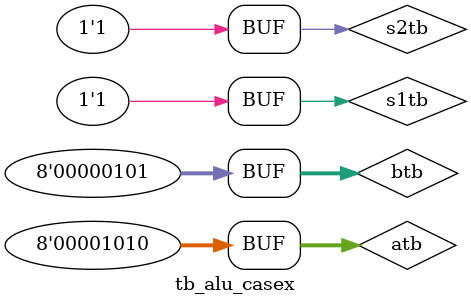
<source format=v>
`timescale 1ps/1ps
module tb_alu_casex();
    reg [7:0] atb;
    reg [7:0] btb;
    reg s1tb;
    reg s2tb;
    wire[15:0] ytb;

    alu_casex duv(
        .a(atb),
        .b(btb),
        .s1(s1tb),
        .s2(s2tb),
        .y(ytb)
    );

    // Generate input randomly
    initial begin
        atb=8'b00001010;
        btb=8'b00000101;
        #1
        s1tb=0;
        s2tb=0;
        #2;
        atb=8'b00001010;
        btb=8'b00000101;
        s1tb=0;
        s2tb=1;
        #2;
        atb=8'b00001010;
        btb=8'b00000101;
        s1tb=1;
        s2tb=0;
        #2;
        atb=8'b00001010;
        btb=8'b00000101;
        s1tb=1;
        s2tb=1;
        #2;
    end

endmodule

</source>
